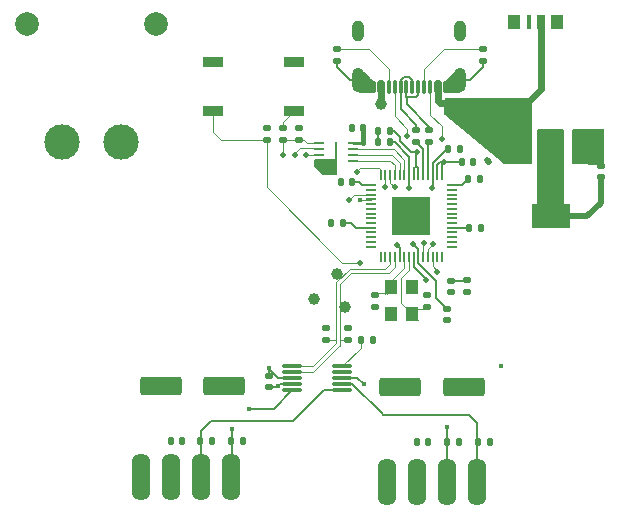
<source format=gbr>
%TF.GenerationSoftware,KiCad,Pcbnew,9.0.4*%
%TF.CreationDate,2025-09-25T10:41:25-04:00*%
%TF.ProjectId,fanboy,66616e62-6f79-42e6-9b69-6361645f7063,rev?*%
%TF.SameCoordinates,Original*%
%TF.FileFunction,Copper,L1,Top*%
%TF.FilePolarity,Positive*%
%FSLAX46Y46*%
G04 Gerber Fmt 4.6, Leading zero omitted, Abs format (unit mm)*
G04 Created by KiCad (PCBNEW 9.0.4) date 2025-09-25 10:41:25*
%MOMM*%
%LPD*%
G01*
G04 APERTURE LIST*
G04 Aperture macros list*
%AMRoundRect*
0 Rectangle with rounded corners*
0 $1 Rounding radius*
0 $2 $3 $4 $5 $6 $7 $8 $9 X,Y pos of 4 corners*
0 Add a 4 corners polygon primitive as box body*
4,1,4,$2,$3,$4,$5,$6,$7,$8,$9,$2,$3,0*
0 Add four circle primitives for the rounded corners*
1,1,$1+$1,$2,$3*
1,1,$1+$1,$4,$5*
1,1,$1+$1,$6,$7*
1,1,$1+$1,$8,$9*
0 Add four rect primitives between the rounded corners*
20,1,$1+$1,$2,$3,$4,$5,0*
20,1,$1+$1,$4,$5,$6,$7,0*
20,1,$1+$1,$6,$7,$8,$9,0*
20,1,$1+$1,$8,$9,$2,$3,0*%
G04 Aperture macros list end*
%TA.AperFunction,SMDPad,CuDef*%
%ADD10RoundRect,0.140000X-0.021213X0.219203X-0.219203X0.021213X0.021213X-0.219203X0.219203X-0.021213X0*%
%TD*%
%TA.AperFunction,SMDPad,CuDef*%
%ADD11RoundRect,0.140000X-0.170000X0.140000X-0.170000X-0.140000X0.170000X-0.140000X0.170000X0.140000X0*%
%TD*%
%TA.AperFunction,SMDPad,CuDef*%
%ADD12RoundRect,0.140000X0.170000X-0.140000X0.170000X0.140000X-0.170000X0.140000X-0.170000X-0.140000X0*%
%TD*%
%TA.AperFunction,SMDPad,CuDef*%
%ADD13R,1.100000X1.300000*%
%TD*%
%TA.AperFunction,SMDPad,CuDef*%
%ADD14RoundRect,0.135000X-0.135000X-0.185000X0.135000X-0.185000X0.135000X0.185000X-0.135000X0.185000X0*%
%TD*%
%TA.AperFunction,ComponentPad*%
%ADD15C,3.000000*%
%TD*%
%TA.AperFunction,ComponentPad*%
%ADD16C,2.000000*%
%TD*%
%TA.AperFunction,SMDPad,CuDef*%
%ADD17C,1.000000*%
%TD*%
%TA.AperFunction,SMDPad,CuDef*%
%ADD18RoundRect,0.087500X-0.725000X-0.087500X0.725000X-0.087500X0.725000X0.087500X-0.725000X0.087500X0*%
%TD*%
%TA.AperFunction,ComponentPad*%
%ADD19O,1.574800X4.000000*%
%TD*%
%TA.AperFunction,ComponentPad*%
%ADD20C,1.500000*%
%TD*%
%TA.AperFunction,SMDPad,CuDef*%
%ADD21RoundRect,0.140000X-0.140000X-0.170000X0.140000X-0.170000X0.140000X0.170000X-0.140000X0.170000X0*%
%TD*%
%TA.AperFunction,SMDPad,CuDef*%
%ADD22RoundRect,0.250000X-1.500000X-0.550000X1.500000X-0.550000X1.500000X0.550000X-1.500000X0.550000X0*%
%TD*%
%TA.AperFunction,SMDPad,CuDef*%
%ADD23RoundRect,0.135000X0.185000X-0.135000X0.185000X0.135000X-0.185000X0.135000X-0.185000X-0.135000X0*%
%TD*%
%TA.AperFunction,SMDPad,CuDef*%
%ADD24R,0.812800X0.254000*%
%TD*%
%TA.AperFunction,SMDPad,CuDef*%
%ADD25R,0.254000X1.651000*%
%TD*%
%TA.AperFunction,SMDPad,CuDef*%
%ADD26R,1.800000X0.900000*%
%TD*%
%TA.AperFunction,SMDPad,CuDef*%
%ADD27RoundRect,0.140000X0.140000X0.170000X-0.140000X0.170000X-0.140000X-0.170000X0.140000X-0.170000X0*%
%TD*%
%TA.AperFunction,SMDPad,CuDef*%
%ADD28RoundRect,0.135000X-0.185000X0.135000X-0.185000X-0.135000X0.185000X-0.135000X0.185000X0.135000X0*%
%TD*%
%TA.AperFunction,SMDPad,CuDef*%
%ADD29RoundRect,0.150000X0.150000X0.400000X-0.150000X0.400000X-0.150000X-0.400000X0.150000X-0.400000X0*%
%TD*%
%TA.AperFunction,SMDPad,CuDef*%
%ADD30RoundRect,0.150000X0.150000X0.425000X-0.150000X0.425000X-0.150000X-0.425000X0.150000X-0.425000X0*%
%TD*%
%TA.AperFunction,SMDPad,CuDef*%
%ADD31RoundRect,0.075000X0.075000X0.500000X-0.075000X0.500000X-0.075000X-0.500000X0.075000X-0.500000X0*%
%TD*%
%TA.AperFunction,ComponentPad*%
%ADD32O,1.000000X2.100000*%
%TD*%
%TA.AperFunction,ComponentPad*%
%ADD33O,1.000000X1.800000*%
%TD*%
%TA.AperFunction,SMDPad,CuDef*%
%ADD34R,1.000000X1.200000*%
%TD*%
%TA.AperFunction,SMDPad,CuDef*%
%ADD35R,0.700000X1.200000*%
%TD*%
%TA.AperFunction,SMDPad,CuDef*%
%ADD36R,0.450000X1.200000*%
%TD*%
%TA.AperFunction,SMDPad,CuDef*%
%ADD37R,0.950000X2.150000*%
%TD*%
%TA.AperFunction,SMDPad,CuDef*%
%ADD38R,3.250000X2.150000*%
%TD*%
%TA.AperFunction,SMDPad,CuDef*%
%ADD39RoundRect,0.050000X-0.387500X-0.050000X0.387500X-0.050000X0.387500X0.050000X-0.387500X0.050000X0*%
%TD*%
%TA.AperFunction,SMDPad,CuDef*%
%ADD40RoundRect,0.050000X-0.050000X-0.387500X0.050000X-0.387500X0.050000X0.387500X-0.050000X0.387500X0*%
%TD*%
%TA.AperFunction,HeatsinkPad*%
%ADD41R,3.200000X3.200000*%
%TD*%
%TA.AperFunction,ViaPad*%
%ADD42C,0.450000*%
%TD*%
%TA.AperFunction,ViaPad*%
%ADD43C,0.500000*%
%TD*%
%TA.AperFunction,ViaPad*%
%ADD44C,0.800000*%
%TD*%
%TA.AperFunction,ViaPad*%
%ADD45C,1.000000*%
%TD*%
%TA.AperFunction,Conductor*%
%ADD46C,0.628000*%
%TD*%
%TA.AperFunction,Conductor*%
%ADD47C,0.101600*%
%TD*%
%TA.AperFunction,Conductor*%
%ADD48C,0.200000*%
%TD*%
%TA.AperFunction,Conductor*%
%ADD49C,0.254000*%
%TD*%
%TA.AperFunction,Conductor*%
%ADD50C,0.381000*%
%TD*%
%TA.AperFunction,Conductor*%
%ADD51C,0.508000*%
%TD*%
%TA.AperFunction,Conductor*%
%ADD52C,0.600000*%
%TD*%
G04 APERTURE END LIST*
D10*
%TO.P,C90,2*%
%TO.N,GND*%
X184070589Y-75079411D03*
%TO.P,C90,1*%
%TO.N,/5V*%
X184749411Y-74400589D03*
%TD*%
D11*
%TO.P,C96,2*%
%TO.N,/XOUT*%
X178950000Y-87380000D03*
%TO.P,C96,1*%
%TO.N,GND*%
X178950000Y-86420000D03*
%TD*%
D12*
%TO.P,C97,2*%
%TO.N,/XIN*%
X174490000Y-86420000D03*
%TO.P,C97,1*%
%TO.N,GND*%
X174490000Y-87380000D03*
%TD*%
D13*
%TO.P,Y1,4,4*%
%TO.N,GND*%
X175841524Y-88035036D03*
%TO.P,Y1,3,3*%
%TO.N,/XIN*%
X175841524Y-85735036D03*
%TO.P,Y1,2,2*%
%TO.N,GND*%
X177641524Y-85735036D03*
%TO.P,Y1,1,1*%
%TO.N,/XOUT*%
X177641524Y-88035036D03*
%TD*%
D14*
%TO.P,R1,1*%
%TO.N,/FAN_ALERT*%
X173330000Y-90210000D03*
%TO.P,R1,2*%
%TO.N,/3V3*%
X174350000Y-90210000D03*
%TD*%
D15*
%TO.P,J1,1,+V*%
%TO.N,/12V*%
X148010000Y-73475000D03*
%TO.P,J1,2,GND*%
%TO.N,GND*%
X153010000Y-73475000D03*
D16*
%TO.P,J1,3,MNT1*%
%TO.N,unconnected-(J1-MNT1-Pad3)*%
X145010000Y-63475000D03*
%TO.P,J1,4,MNT2*%
%TO.N,unconnected-(J1-MNT2-Pad4)*%
X156010000Y-63475000D03*
%TD*%
D17*
%TO.P,TP3,1,1*%
%TO.N,GND*%
X169360000Y-86750000D03*
%TD*%
D18*
%TO.P,U5,1,SMDATA*%
%TO.N,/SDA*%
X167515000Y-92440000D03*
%TO.P,U5,2,SMCLK*%
%TO.N,/SCL*%
X167515000Y-92940000D03*
%TO.P,U5,3,VDD*%
%TO.N,/3V3*%
X167515000Y-93440000D03*
%TO.P,U5,4,GND*%
%TO.N,GND*%
X167515000Y-93940000D03*
%TO.P,U5,5,PWM1*%
%TO.N,/FAN1_PWM*%
X167515000Y-94440000D03*
%TO.P,U5,6,TACH1*%
%TO.N,/FAN1_TACH*%
X171740000Y-94440000D03*
%TO.P,U5,7,PWM2*%
%TO.N,/FAN2_PWM*%
X171740000Y-93940000D03*
%TO.P,U5,8,TACH2*%
%TO.N,/FAN2_TACH*%
X171740000Y-93440000D03*
%TO.P,U5,9,CLK*%
%TO.N,unconnected-(U5-CLK-Pad9)*%
X171740000Y-92940000D03*
%TO.P,U5,10,\u002AALERT*%
%TO.N,/FAN_ALERT*%
X171740000Y-92440000D03*
%TD*%
D14*
%TO.P,R13,2*%
%TO.N,/3V3*%
X181640000Y-98820000D03*
%TO.P,R13,1*%
%TO.N,/FAN2_TACH*%
X180620000Y-98820000D03*
%TD*%
%TO.P,R10,2*%
%TO.N,/3V3*%
X160750000Y-98760000D03*
%TO.P,R10,1*%
%TO.N,/FAN1_TACH*%
X159730000Y-98760000D03*
%TD*%
%TO.P,R9,2*%
%TO.N,/5V*%
X163370000Y-98760000D03*
%TO.P,R9,1*%
%TO.N,/FAN1_PWM*%
X162350000Y-98760000D03*
%TD*%
%TO.P,R6,2*%
%TO.N,/5V*%
X184220000Y-98800000D03*
%TO.P,R6,1*%
%TO.N,/FAN2_PWM*%
X183200000Y-98800000D03*
%TD*%
D19*
%TO.P,J4,4,Pin_4*%
%TO.N,/FAN2_PWM*%
X183150000Y-102230000D03*
%TO.P,J4,3,Pin_3*%
%TO.N,/FAN2_TACH*%
X180610000Y-102230000D03*
D20*
X180610000Y-101270000D03*
D19*
%TO.P,J4,2,Pin_2*%
%TO.N,/12V*%
X178070000Y-102230000D03*
%TO.P,J4,1,Pin_1*%
%TO.N,GND*%
X175530000Y-102230000D03*
%TD*%
%TO.P,J3,4,Pin_4*%
%TO.N,/FAN1_PWM*%
X162310000Y-101790000D03*
%TO.P,J3,3,Pin_3*%
%TO.N,/FAN1_TACH*%
X159770000Y-101790000D03*
D20*
X159770000Y-100830000D03*
D19*
%TO.P,J3,2,Pin_2*%
%TO.N,/12V*%
X157230000Y-101790000D03*
%TO.P,J3,1,Pin_1*%
%TO.N,GND*%
X154690000Y-101790000D03*
%TD*%
D21*
%TO.P,C21,2*%
%TO.N,GND*%
X158210000Y-98770000D03*
%TO.P,C21,1*%
%TO.N,/12V*%
X157250000Y-98770000D03*
%TD*%
%TO.P,C20,2*%
%TO.N,GND*%
X179000000Y-98820000D03*
%TO.P,C20,1*%
%TO.N,/12V*%
X178040000Y-98820000D03*
%TD*%
D22*
%TO.P,C14,2*%
%TO.N,GND*%
X161750000Y-94060000D03*
%TO.P,C14,1*%
%TO.N,/12V*%
X156350000Y-94060000D03*
%TD*%
D11*
%TO.P,C6,1*%
%TO.N,/3V3*%
X165517500Y-93240000D03*
%TO.P,C6,2*%
%TO.N,GND*%
X165517500Y-94200000D03*
%TD*%
D21*
%TO.P,C109,1*%
%TO.N,GND*%
X171593217Y-76817536D03*
%TO.P,C109,2*%
%TO.N,/3V3*%
X172553217Y-76817536D03*
%TD*%
D23*
%TO.P,R52,1*%
%TO.N,GND*%
X171279417Y-66620036D03*
%TO.P,R52,2*%
%TO.N,Net-(J6-CC2)*%
X171279417Y-65600036D03*
%TD*%
D12*
%TO.P,C105,1*%
%TO.N,GND*%
X180920717Y-86160036D03*
%TO.P,C105,2*%
%TO.N,/3V3*%
X180920717Y-85200036D03*
%TD*%
D24*
%TO.P,U8,1,/CS*%
%TO.N,/QSPI_SS*%
X169735924Y-73530034D03*
%TO.P,U8,2,DO(IO1)*%
%TO.N,/QSPI_SD1*%
X169735924Y-74030035D03*
%TO.P,U8,3,/WP(IO2)*%
%TO.N,/QSPI_SD2*%
X169735924Y-74530035D03*
%TO.P,U8,4,GND*%
%TO.N,GND*%
X169735924Y-75030036D03*
%TO.P,U8,5,DI(IO0)*%
%TO.N,/QSPI_SD0*%
X172631524Y-75030036D03*
%TO.P,U8,6,CLK*%
%TO.N,/QSPI_SCLK*%
X172631524Y-74530035D03*
%TO.P,U8,7,/HOLDOR/RESET(IO3)*%
%TO.N,/QSPI_SD3*%
X172631524Y-74030035D03*
%TO.P,U8,8,VCC*%
%TO.N,/3V3*%
X172631524Y-73530034D03*
D25*
%TO.P,U8,9,EPAD*%
%TO.N,GND*%
X171183724Y-74280035D03*
%TD*%
D23*
%TO.P,R55,1*%
%TO.N,/QSPI_SS*%
X166740717Y-73290036D03*
%TO.P,R55,2*%
%TO.N,Net-(R55-Pad2)*%
X166740717Y-72270036D03*
%TD*%
D12*
%TO.P,C102,1*%
%TO.N,GND*%
X180571524Y-88500036D03*
%TO.P,C102,2*%
%TO.N,/1V1*%
X180571524Y-87540036D03*
%TD*%
D26*
%TO.P,SW2,1*%
%TO.N,Net-(U27-RUN)*%
X160780717Y-70800036D03*
%TO.P,SW2,2*%
%TO.N,GND*%
X160780717Y-66690036D03*
%TD*%
D27*
%TO.P,C103,1*%
%TO.N,GND*%
X183450717Y-80700036D03*
%TO.P,C103,2*%
%TO.N,/3V3*%
X182490717Y-80700036D03*
%TD*%
D26*
%TO.P,SW1,1*%
%TO.N,Net-(R55-Pad2)*%
X167680717Y-70800036D03*
%TO.P,SW1,2*%
%TO.N,GND*%
X167680717Y-66690036D03*
%TD*%
D21*
%TO.P,C99,1*%
%TO.N,GND*%
X172560717Y-72250036D03*
%TO.P,C99,2*%
%TO.N,/3V3*%
X173520717Y-72250036D03*
%TD*%
D23*
%TO.P,R51,1*%
%TO.N,GND*%
X183659417Y-66610036D03*
%TO.P,R51,2*%
%TO.N,Net-(J6-CC1)*%
X183659417Y-65590036D03*
%TD*%
D28*
%TO.P,R54,1*%
%TO.N,/USB_DN*%
X179121524Y-72460036D03*
%TO.P,R54,2*%
%TO.N,Net-(U27-USB_DM)*%
X179121524Y-73480036D03*
%TD*%
%TO.P,R50,1*%
%TO.N,/3V3*%
X168100717Y-72260036D03*
%TO.P,R50,2*%
%TO.N,/QSPI_SS*%
X168100717Y-73280036D03*
%TD*%
D29*
%TO.P,J6,A1B12,GND*%
%TO.N,GND*%
X180619417Y-68795036D03*
D30*
%TO.P,J6,A4B9,VBUS*%
%TO.N,/5V*%
X179819417Y-68770036D03*
D31*
%TO.P,J6,A5,CC1*%
%TO.N,Net-(J6-CC1)*%
X178669417Y-68770036D03*
%TO.P,J6,A6,D+*%
%TO.N,/USB_DP*%
X177669417Y-68770036D03*
%TO.P,J6,A7,D-*%
%TO.N,/USB_DN*%
X177169417Y-68770036D03*
%TO.P,J6,A8,SBU1*%
%TO.N,/SWCLK*%
X176169417Y-68770036D03*
D29*
%TO.P,J6,B1A12,GND*%
%TO.N,GND*%
X174219417Y-68795036D03*
D30*
%TO.P,J6,B4A9,VBUS*%
%TO.N,/5V*%
X175019417Y-68770036D03*
D31*
%TO.P,J6,B5,CC2*%
%TO.N,Net-(J6-CC2)*%
X175669417Y-68770036D03*
%TO.P,J6,B6,D+*%
%TO.N,/USB_DP*%
X176669417Y-68770036D03*
%TO.P,J6,B7,D-*%
%TO.N,/USB_DN*%
X178169417Y-68770036D03*
%TO.P,J6,B8,SBU2*%
%TO.N,/SWD*%
X179169417Y-68770036D03*
D32*
%TO.P,J6,S1,SHIELD*%
%TO.N,GND*%
X181739417Y-68195036D03*
D33*
X181739417Y-64015036D03*
D32*
X173099417Y-68195036D03*
D33*
X173099417Y-64015036D03*
%TD*%
D23*
%TO.P,R34,1*%
%TO.N,Net-(U27-RUN)*%
X165330717Y-73280036D03*
%TO.P,R34,2*%
%TO.N,/3V3*%
X165330717Y-72260036D03*
%TD*%
D28*
%TO.P,R53,1*%
%TO.N,/USB_DP*%
X178021524Y-72460036D03*
%TO.P,R53,2*%
%TO.N,Net-(U27-USB_DP)*%
X178021524Y-73480036D03*
%TD*%
D21*
%TO.P,C110,1*%
%TO.N,GND*%
X174791524Y-72470036D03*
%TO.P,C110,2*%
%TO.N,/3V3*%
X175751524Y-72470036D03*
%TD*%
D12*
%TO.P,C106,1*%
%TO.N,GND*%
X182260717Y-86110036D03*
%TO.P,C106,2*%
%TO.N,/3V3*%
X182260717Y-85150036D03*
%TD*%
D34*
%TO.P,U9,1,DIN*%
%TO.N,Net-(U27-GPIO1)*%
X189920000Y-63280000D03*
D35*
%TO.P,U9,2,VDD*%
%TO.N,/5V*%
X188570000Y-63280000D03*
D36*
%TO.P,U9,3,DOUT*%
%TO.N,unconnected-(U9-DOUT-Pad3)*%
X187545000Y-63280000D03*
D34*
%TO.P,U9,4,GND*%
%TO.N,GND*%
X186320000Y-63280000D03*
%TD*%
D12*
%TO.P,C98,1*%
%TO.N,/3V3*%
X193609417Y-76420036D03*
%TO.P,C98,2*%
%TO.N,GND*%
X193609417Y-75460036D03*
%TD*%
D21*
%TO.P,C107,1*%
%TO.N,GND*%
X170811524Y-80260036D03*
%TO.P,C107,2*%
%TO.N,/3V3*%
X171771524Y-80260036D03*
%TD*%
%TO.P,C100,1*%
%TO.N,GND*%
X174791524Y-73470036D03*
%TO.P,C100,2*%
%TO.N,/1V1*%
X175751524Y-73470036D03*
%TD*%
D37*
%TO.P,U10,1,GND*%
%TO.N,GND*%
X191669417Y-73880036D03*
%TO.P,U10,2,VOUT*%
%TO.N,/3V3*%
X189369417Y-73880036D03*
%TO.P,U10,3,VIN*%
%TO.N,/5V*%
X187069417Y-73880036D03*
D38*
%TO.P,U10,4,VOUT*%
%TO.N,/3V3*%
X189369417Y-79680036D03*
%TD*%
D27*
%TO.P,C104,1*%
%TO.N,GND*%
X183370717Y-76570036D03*
%TO.P,C104,2*%
%TO.N,/3V3*%
X182410717Y-76570036D03*
%TD*%
D39*
%TO.P,U27,1,IOVDD*%
%TO.N,/3V3*%
X174154024Y-77097536D03*
%TO.P,U27,2,GPIO0*%
%TO.N,unconnected-(U27-GPIO0-Pad2)*%
X174154024Y-77497536D03*
%TO.P,U27,3,GPIO1*%
%TO.N,Net-(U27-GPIO1)*%
X174154024Y-77897536D03*
%TO.P,U27,4,GPIO2*%
%TO.N,/FAN_ALERT*%
X174154024Y-78297536D03*
%TO.P,U27,5,GPIO3*%
%TO.N,unconnected-(U27-GPIO3-Pad5)*%
X174154024Y-78697536D03*
%TO.P,U27,6,GPIO4*%
%TO.N,unconnected-(U27-GPIO4-Pad6)*%
X174154024Y-79097536D03*
%TO.P,U27,7,GPIO5*%
%TO.N,unconnected-(U27-GPIO5-Pad7)*%
X174154024Y-79497536D03*
%TO.P,U27,8,GPIO6*%
%TO.N,unconnected-(U27-GPIO6-Pad8)*%
X174154024Y-79897536D03*
%TO.P,U27,9,GPIO7*%
%TO.N,unconnected-(U27-GPIO7-Pad9)*%
X174154024Y-80297536D03*
%TO.P,U27,10,IOVDD*%
%TO.N,/3V3*%
X174154024Y-80697536D03*
%TO.P,U27,11,GPIO8*%
%TO.N,unconnected-(U27-GPIO8-Pad11)*%
X174154024Y-81097536D03*
%TO.P,U27,12,GPIO9*%
%TO.N,unconnected-(U27-GPIO9-Pad12)*%
X174154024Y-81497536D03*
%TO.P,U27,13,GPIO10*%
%TO.N,unconnected-(U27-GPIO10-Pad13)*%
X174154024Y-81897536D03*
%TO.P,U27,14,GPIO11*%
%TO.N,unconnected-(U27-GPIO11-Pad14)*%
X174154024Y-82297536D03*
D40*
%TO.P,U27,15,GPIO12*%
%TO.N,unconnected-(U27-GPIO12-Pad15)*%
X174991524Y-83135036D03*
%TO.P,U27,16,GPIO13*%
%TO.N,unconnected-(U27-GPIO13-Pad16)*%
X175391524Y-83135036D03*
%TO.P,U27,17,GPIO14*%
%TO.N,/SDA*%
X175791524Y-83135036D03*
%TO.P,U27,18,GPIO15*%
%TO.N,/SCL*%
X176191524Y-83135036D03*
%TO.P,U27,19,TESTEN*%
%TO.N,GND*%
X176591524Y-83135036D03*
%TO.P,U27,20,XIN*%
%TO.N,/XIN*%
X176991524Y-83135036D03*
%TO.P,U27,21,XOUT*%
%TO.N,/XOUT*%
X177391524Y-83135036D03*
%TO.P,U27,22,IOVDD*%
%TO.N,/3V3*%
X177791524Y-83135036D03*
%TO.P,U27,23,DVDD*%
%TO.N,/1V1*%
X178191524Y-83135036D03*
%TO.P,U27,24,SWCLK*%
%TO.N,/SWCLK*%
X178591524Y-83135036D03*
%TO.P,U27,25,SWD*%
%TO.N,/SWD*%
X178991524Y-83135036D03*
%TO.P,U27,26,RUN*%
%TO.N,Net-(U27-RUN)*%
X179391524Y-83135036D03*
%TO.P,U27,27,GPIO16*%
%TO.N,unconnected-(U27-GPIO16-Pad27)*%
X179791524Y-83135036D03*
%TO.P,U27,28,GPIO17*%
%TO.N,unconnected-(U27-GPIO17-Pad28)*%
X180191524Y-83135036D03*
D39*
%TO.P,U27,29,GPIO18*%
%TO.N,unconnected-(U27-GPIO18-Pad29)*%
X181029024Y-82297536D03*
%TO.P,U27,30,GPIO19*%
%TO.N,unconnected-(U27-GPIO19-Pad30)*%
X181029024Y-81897536D03*
%TO.P,U27,31,GPIO20*%
%TO.N,unconnected-(U27-GPIO20-Pad31)*%
X181029024Y-81497536D03*
%TO.P,U27,32,GPIO21*%
%TO.N,unconnected-(U27-GPIO21-Pad32)*%
X181029024Y-81097536D03*
%TO.P,U27,33,IOVDD*%
%TO.N,/3V3*%
X181029024Y-80697536D03*
%TO.P,U27,34,GPIO22*%
%TO.N,unconnected-(U27-GPIO22-Pad34)*%
X181029024Y-80297536D03*
%TO.P,U27,35,GPIO23*%
%TO.N,unconnected-(U27-GPIO23-Pad35)*%
X181029024Y-79897536D03*
%TO.P,U27,36,GPIO24*%
%TO.N,unconnected-(U27-GPIO24-Pad36)*%
X181029024Y-79497536D03*
%TO.P,U27,37,GPIO25*%
%TO.N,unconnected-(U27-GPIO25-Pad37)*%
X181029024Y-79097536D03*
%TO.P,U27,38,GPIO26_ADC0*%
%TO.N,unconnected-(U27-GPIO26_ADC0-Pad38)*%
X181029024Y-78697536D03*
%TO.P,U27,39,GPIO27_ADC1*%
%TO.N,unconnected-(U27-GPIO27_ADC1-Pad39)*%
X181029024Y-78297536D03*
%TO.P,U27,40,GPIO28_ADC2*%
%TO.N,unconnected-(U27-GPIO28_ADC2-Pad40)*%
X181029024Y-77897536D03*
%TO.P,U27,41,GPIO29_ADC3*%
%TO.N,unconnected-(U27-GPIO29_ADC3-Pad41)*%
X181029024Y-77497536D03*
%TO.P,U27,42,IOVDD*%
%TO.N,/3V3*%
X181029024Y-77097536D03*
D40*
%TO.P,U27,43,ADC_AVDD*%
X180191524Y-76260036D03*
%TO.P,U27,44,VREG_IN*%
X179791524Y-76260036D03*
%TO.P,U27,45,VREG_VOUT*%
%TO.N,/1V1*%
X179391524Y-76260036D03*
%TO.P,U27,46,USB_DM*%
%TO.N,Net-(U27-USB_DM)*%
X178991524Y-76260036D03*
%TO.P,U27,47,USB_DP*%
%TO.N,Net-(U27-USB_DP)*%
X178591524Y-76260036D03*
%TO.P,U27,48,USB_VDD*%
%TO.N,/3V3*%
X178191524Y-76260036D03*
%TO.P,U27,49,IOVDD*%
X177791524Y-76260036D03*
%TO.P,U27,50,DVDD*%
%TO.N,/1V1*%
X177391524Y-76260036D03*
%TO.P,U27,51,QSPI_SD3*%
%TO.N,/QSPI_SD3*%
X176991524Y-76260036D03*
%TO.P,U27,52,QSPI_SCLK*%
%TO.N,/QSPI_SCLK*%
X176591524Y-76260036D03*
%TO.P,U27,53,QSPI_SD0*%
%TO.N,/QSPI_SD0*%
X176191524Y-76260036D03*
%TO.P,U27,54,QSPI_SD2*%
%TO.N,/QSPI_SD2*%
X175791524Y-76260036D03*
%TO.P,U27,55,QSPI_SD1*%
%TO.N,/QSPI_SD1*%
X175391524Y-76260036D03*
%TO.P,U27,56,QSPI_SS*%
%TO.N,/QSPI_SS*%
X174991524Y-76260036D03*
D41*
%TO.P,U27,57,GND*%
%TO.N,GND*%
X177591524Y-79697536D03*
%TD*%
D23*
%TO.P,R20,1*%
%TO.N,/SCL*%
X172250000Y-90230000D03*
%TO.P,R20,2*%
%TO.N,/3V3*%
X172250000Y-89210000D03*
%TD*%
D28*
%TO.P,R19,1*%
%TO.N,/3V3*%
X170390000Y-89200000D03*
%TO.P,R19,2*%
%TO.N,/SDA*%
X170390000Y-90220000D03*
%TD*%
D27*
%TO.P,C108,1*%
%TO.N,GND*%
X182794417Y-75100036D03*
%TO.P,C108,2*%
%TO.N,/3V3*%
X181834417Y-75100036D03*
%TD*%
%TO.P,C101,1*%
%TO.N,GND*%
X181669417Y-74025036D03*
%TO.P,C101,2*%
%TO.N,/1V1*%
X180709417Y-74025036D03*
%TD*%
D17*
%TO.P,TP1,1,1*%
%TO.N,/SCL*%
X171970000Y-87450000D03*
%TD*%
%TO.P,TP2,1,1*%
%TO.N,/SDA*%
X171300000Y-84610000D03*
%TD*%
D22*
%TO.P,C19,2*%
%TO.N,GND*%
X182050000Y-94180000D03*
%TO.P,C19,1*%
%TO.N,/12V*%
X176650000Y-94180000D03*
%TD*%
D42*
%TO.N,/5V*%
X187170000Y-70340000D03*
%TO.N,GND*%
X191675000Y-74570000D03*
X192990000Y-74570000D03*
X192342500Y-73840000D03*
X191685000Y-73200000D03*
X193000000Y-73200000D03*
%TO.N,/3V3*%
X174340000Y-90200000D03*
%TO.N,/FAN_ALERT*%
X173250000Y-78320000D03*
X173330000Y-90210000D03*
%TO.N,/FAN2_TACH*%
X173540000Y-93970000D03*
%TO.N,/12V*%
X175350000Y-94200000D03*
%TO.N,GND*%
X169370000Y-86770000D03*
%TO.N,/5V*%
X163390000Y-98770000D03*
X184210000Y-98800000D03*
X186105000Y-73020000D03*
X187420000Y-73020000D03*
X184790000Y-73020000D03*
X185447500Y-73660000D03*
X186762500Y-73660000D03*
X186095000Y-74390000D03*
X187410000Y-74390000D03*
X184780000Y-74390000D03*
%TO.N,GND*%
X182025000Y-94180000D03*
X183340000Y-94180000D03*
X180710000Y-94180000D03*
X161725000Y-94060000D03*
X163040000Y-94060000D03*
X160410000Y-94060000D03*
%TO.N,/12V*%
X157250000Y-98780000D03*
%TO.N,GND*%
X158210000Y-98770000D03*
X179030000Y-98790000D03*
%TO.N,/12V*%
X178060000Y-98860000D03*
%TO.N,/3V3*%
X185140000Y-92440000D03*
X181670000Y-98770000D03*
X160770000Y-98780000D03*
%TO.N,/12V*%
X156325000Y-94060000D03*
X157640000Y-94060000D03*
X155010000Y-94060000D03*
X177980000Y-94200000D03*
X176665000Y-94200000D03*
%TO.N,/3V3*%
X172250000Y-89220000D03*
X170380000Y-89210000D03*
%TO.N,GND*%
X166297500Y-94130000D03*
%TO.N,/3V3*%
X165540000Y-92570000D03*
%TO.N,/FAN1_PWM*%
X162380000Y-97710000D03*
X163807500Y-96030000D03*
%TO.N,/FAN2_TACH*%
X180590000Y-97580000D03*
D43*
%TO.N,/SWD*%
X180140717Y-73170036D03*
X179401524Y-82115036D03*
%TO.N,/SWCLK*%
X177187037Y-72936510D03*
X178641524Y-82030036D03*
%TO.N,/QSPI_SS*%
X173004552Y-76014341D03*
X166690717Y-74570036D03*
%TO.N,/QSPI_SD1*%
X175321524Y-77290036D03*
X167740413Y-74563680D03*
%TO.N,/QSPI_SD2*%
X176161524Y-77290036D03*
X168691524Y-74545036D03*
%TO.N,GND*%
X172560717Y-72250036D03*
X182794417Y-75100036D03*
X180920717Y-86160036D03*
X167680717Y-66690036D03*
X186320000Y-63280000D03*
X182260717Y-86110036D03*
X178281524Y-80540036D03*
X174490000Y-87380000D03*
X177591524Y-79697536D03*
X171593217Y-76817536D03*
X174791524Y-72470036D03*
X177641524Y-85735036D03*
X178291524Y-78870036D03*
X183450717Y-80700036D03*
X160790717Y-66680036D03*
X183370717Y-76570036D03*
X176871524Y-78870036D03*
X181669417Y-74025036D03*
X175841524Y-88035036D03*
X178950000Y-86420000D03*
X170811524Y-80260036D03*
X180571524Y-88500036D03*
X176386099Y-82200036D03*
X184059283Y-75079964D03*
X170580717Y-76010836D03*
X176861524Y-80540036D03*
%TO.N,/3V3*%
X182260717Y-85150036D03*
X168100717Y-72260036D03*
X182490717Y-80700036D03*
X171771524Y-80260036D03*
X178851121Y-85120036D03*
X172553217Y-76817536D03*
X182410717Y-76570036D03*
X178031524Y-74280036D03*
D44*
X189360717Y-76730036D03*
X189360717Y-75640036D03*
X189369417Y-79680036D03*
D43*
X173501524Y-73495036D03*
X165330717Y-72260036D03*
X180391524Y-75175036D03*
%TO.N,/1V1*%
X177381524Y-77315036D03*
X179321524Y-77315036D03*
X177741524Y-82085036D03*
D45*
%TO.N,/5V*%
X175019417Y-70220036D03*
X181000717Y-70470036D03*
D43*
%TO.N,Net-(U27-RUN)*%
X179751141Y-84461836D03*
X173220000Y-83650000D03*
%TO.N,Net-(U27-GPIO1)*%
X189920000Y-63280000D03*
X172330717Y-78310036D03*
%TD*%
D46*
%TO.N,/5V*%
X188570000Y-68940000D02*
X187120000Y-70390000D01*
X188570000Y-63280000D02*
X188570000Y-68940000D01*
D47*
%TO.N,/QSPI_SS*%
X166690717Y-74570036D02*
X166690717Y-73340036D01*
X166690717Y-73340036D02*
X166760753Y-73270000D01*
X168480000Y-73270000D02*
X168755036Y-73545036D01*
X166760753Y-73270000D02*
X168480000Y-73270000D01*
X168755036Y-73545036D02*
X169771524Y-73545036D01*
%TO.N,Net-(U27-RUN)*%
X173220000Y-83650000D02*
X171710000Y-83650000D01*
X171710000Y-83650000D02*
X165330717Y-77270717D01*
X165330717Y-77270717D02*
X165330717Y-73280036D01*
%TO.N,/XIN*%
X174490000Y-86420000D02*
X174660000Y-86250000D01*
X174660000Y-86250000D02*
X175460072Y-86250000D01*
X175460072Y-86250000D02*
X175495036Y-86284964D01*
%TO.N,/XOUT*%
X178950000Y-87380000D02*
X178780000Y-87550000D01*
X177641524Y-87480000D02*
X177641524Y-88035036D01*
X178780000Y-87550000D02*
X177661524Y-87550000D01*
%TO.N,/XIN*%
X175376560Y-86270000D02*
X175861524Y-85785036D01*
X175861524Y-85785036D02*
X175861524Y-85215036D01*
X175861524Y-85215036D02*
X176991524Y-84085036D01*
X176991524Y-84085036D02*
X176991524Y-83135036D01*
%TO.N,/FAN_ALERT*%
X173330000Y-90210000D02*
X173330000Y-90850000D01*
X173330000Y-90850000D02*
X171740000Y-92440000D01*
%TO.N,/SCL*%
X171520000Y-85460000D02*
X171520000Y-90230000D01*
X172250000Y-90230000D02*
X171520000Y-90230000D01*
%TO.N,/SDA*%
X171217400Y-85334659D02*
X171217400Y-90220000D01*
X170390000Y-90220000D02*
X171217400Y-90220000D01*
%TO.N,/SCL*%
X172490001Y-84490000D02*
X171520000Y-85460000D01*
X176191524Y-83135036D02*
X176191524Y-84018476D01*
X176191524Y-84018476D02*
X175720000Y-84490000D01*
X175720000Y-84490000D02*
X172490001Y-84490000D01*
X171520000Y-90230000D02*
X171520000Y-90690000D01*
X171520000Y-90690000D02*
X171490000Y-90720000D01*
%TO.N,/SDA*%
X175791524Y-83135036D02*
X175791524Y-83775876D01*
X169250000Y-92440000D02*
X167515000Y-92440000D01*
X175791524Y-83775876D02*
X175380000Y-84187400D01*
X175380000Y-84187400D02*
X172364659Y-84187400D01*
X172364659Y-84187400D02*
X171217400Y-85334659D01*
X171217400Y-90220000D02*
X171217400Y-90472600D01*
X171217400Y-90472600D02*
X169250000Y-92440000D01*
D48*
%TO.N,/3V3*%
X181029024Y-80697536D02*
X182488217Y-80697536D01*
X182488217Y-80697536D02*
X182490717Y-80700036D01*
D47*
%TO.N,/SWD*%
X180140717Y-73170036D02*
X180140717Y-72110717D01*
X179169417Y-71139417D02*
X179169417Y-68770036D01*
X180140717Y-72110717D02*
X179169417Y-71139417D01*
%TO.N,/SWCLK*%
X177187037Y-72936510D02*
X177187037Y-72297037D01*
X177187037Y-72297037D02*
X176169417Y-71279417D01*
X176169417Y-71279417D02*
X176169417Y-68770036D01*
%TO.N,/3V3*%
X174350000Y-90210000D02*
X174340000Y-90200000D01*
%TO.N,/FAN_ALERT*%
X174131560Y-78320000D02*
X174154024Y-78297536D01*
X173250000Y-78320000D02*
X174131560Y-78320000D01*
D48*
%TO.N,/FAN1_TACH*%
X171740000Y-94440000D02*
X170160000Y-94440000D01*
X170160000Y-94440000D02*
X167580000Y-97020000D01*
X167580000Y-97020000D02*
X160630000Y-97020000D01*
X160630000Y-97020000D02*
X159770000Y-97880000D01*
X159770000Y-97880000D02*
X159770000Y-100830000D01*
%TO.N,/3V3*%
X165540000Y-92682500D02*
X166297500Y-93440000D01*
X165540000Y-92570000D02*
X165540000Y-93217500D01*
X165540000Y-93217500D02*
X165517500Y-93240000D01*
X165540000Y-92570000D02*
X165540000Y-92682500D01*
X166297500Y-93440000D02*
X167515000Y-93440000D01*
D47*
%TO.N,/SCL*%
X171490000Y-90720000D02*
X169270000Y-92940000D01*
X169270000Y-92940000D02*
X167515000Y-92940000D01*
D48*
%TO.N,/FAN2_PWM*%
X183150000Y-103430000D02*
X183150000Y-97210000D01*
X182460000Y-96520000D02*
X175170000Y-96520000D01*
X175170000Y-96520000D02*
X175170000Y-96505652D01*
X175170000Y-96505652D02*
X172604348Y-93940000D01*
X183150000Y-97210000D02*
X182460000Y-96520000D01*
X172604348Y-93940000D02*
X171740000Y-93940000D01*
%TO.N,/FAN2_TACH*%
X171740000Y-93440000D02*
X173010000Y-93440000D01*
X173010000Y-93440000D02*
X173540000Y-93970000D01*
D49*
%TO.N,GND*%
X169360000Y-86760000D02*
X169370000Y-86770000D01*
X169360000Y-86750000D02*
X169360000Y-86760000D01*
%TO.N,/5V*%
X163380000Y-98760000D02*
X163390000Y-98770000D01*
X163370000Y-98760000D02*
X163380000Y-98760000D01*
X184220000Y-98800000D02*
X184210000Y-98800000D01*
%TO.N,/12V*%
X157250000Y-98770000D02*
X157250000Y-98780000D01*
%TO.N,GND*%
X179000000Y-98820000D02*
X179030000Y-98790000D01*
%TO.N,/12V*%
X178040000Y-98840000D02*
X178060000Y-98860000D01*
X178040000Y-98820000D02*
X178040000Y-98840000D01*
%TO.N,/3V3*%
X181640000Y-98820000D02*
X181640000Y-98800000D01*
X181640000Y-98800000D02*
X181670000Y-98770000D01*
X160750000Y-98760000D02*
X160770000Y-98780000D01*
D48*
X172250000Y-89210000D02*
X172250000Y-89220000D01*
X170390000Y-89200000D02*
X170380000Y-89210000D01*
%TO.N,GND*%
X165517500Y-94200000D02*
X166227500Y-94200000D01*
X166227500Y-94200000D02*
X166297500Y-94130000D01*
X166487500Y-93940000D02*
X166297500Y-94130000D01*
X167515000Y-93940000D02*
X166487500Y-93940000D01*
%TO.N,/FAN1_PWM*%
X167515000Y-94440000D02*
X165925000Y-96030000D01*
X165925000Y-96030000D02*
X163807500Y-96030000D01*
X162380000Y-97710000D02*
X162380000Y-102920000D01*
X162380000Y-102920000D02*
X162310000Y-102990000D01*
%TO.N,/FAN2_TACH*%
X180590000Y-103410000D02*
X180610000Y-103430000D01*
X180590000Y-97580000D02*
X180590000Y-103410000D01*
%TO.N,/USB_DN*%
X179121524Y-72460036D02*
X179121524Y-72180843D01*
X177169417Y-69650036D02*
X177169417Y-68860036D01*
X177180470Y-69661089D02*
X177169417Y-69650036D01*
X177179417Y-69660036D02*
X177169417Y-69650036D01*
X177954416Y-69650036D02*
X177169417Y-69650036D01*
X178169417Y-68860036D02*
X178169417Y-69435035D01*
X178169417Y-69435035D02*
X177954416Y-69650036D01*
X179121524Y-72180843D02*
X177180470Y-70239789D01*
X177180470Y-70239789D02*
X177180470Y-69661089D01*
D47*
%TO.N,/SWD*%
X179145417Y-68794036D02*
X179169417Y-68770036D01*
X178991524Y-82525036D02*
X178991524Y-83135036D01*
X179401524Y-82115036D02*
X178991524Y-82525036D01*
D48*
%TO.N,/USB_DP*%
X176669417Y-68162626D02*
X176937007Y-67895036D01*
X176669417Y-68340036D02*
X176669417Y-68860036D01*
X178021524Y-72460036D02*
X178021524Y-71982143D01*
X176669417Y-68770036D02*
X176669417Y-68162626D01*
X176937007Y-67895036D02*
X177404417Y-67895036D01*
X177669417Y-68860036D02*
X177669417Y-68285037D01*
X176669417Y-70630036D02*
X176669417Y-68770036D01*
X178021524Y-71982143D02*
X176669417Y-70630036D01*
X177669417Y-68160036D02*
X177669417Y-68770036D01*
X177404417Y-67895036D02*
X177669417Y-68160036D01*
D47*
%TO.N,/SWCLK*%
X178641524Y-82030036D02*
X178591524Y-82080036D01*
X178591524Y-82080036D02*
X178591524Y-83135036D01*
%TO.N,/QSPI_SS*%
X174991524Y-75820036D02*
X174991524Y-76260036D01*
X174831524Y-75660036D02*
X174991524Y-75820036D01*
X173261524Y-75660036D02*
X174831524Y-75660036D01*
X173004552Y-76014341D02*
X173004552Y-75917008D01*
X173004552Y-75917008D02*
X173261524Y-75660036D01*
%TO.N,/QSPI_SD1*%
X167740413Y-74563680D02*
X167740413Y-74411147D01*
X169716524Y-73990036D02*
X169771524Y-74045036D01*
X168161524Y-73990036D02*
X169716524Y-73990036D01*
X167740413Y-74411147D02*
X168161524Y-73990036D01*
X175321524Y-77290036D02*
X175391524Y-77220036D01*
X175391524Y-77220036D02*
X175391524Y-76260036D01*
%TO.N,/QSPI_SD0*%
X175800717Y-75030036D02*
X172631524Y-75030036D01*
X176191524Y-75420843D02*
X175800717Y-75030036D01*
X176191524Y-76260036D02*
X176191524Y-75420843D01*
%TO.N,/QSPI_SD3*%
X176991524Y-74930036D02*
X176106524Y-74045036D01*
X176106524Y-74045036D02*
X172611524Y-74045036D01*
X176991524Y-76260036D02*
X176991524Y-74930036D01*
%TO.N,/QSPI_SD2*%
X176161524Y-77290036D02*
X175791524Y-76920036D01*
X175791524Y-76920036D02*
X175791524Y-76260036D01*
X168691524Y-74545036D02*
X169771524Y-74545036D01*
%TO.N,/QSPI_SCLK*%
X175945717Y-74545036D02*
X172611524Y-74545036D01*
X176591524Y-76260036D02*
X176591524Y-75190843D01*
X176591524Y-75190843D02*
X175945717Y-74545036D01*
D48*
%TO.N,GND*%
X160780717Y-66690036D02*
X160790717Y-66680036D01*
X171279417Y-67050036D02*
X172424417Y-68195036D01*
X176386099Y-82200036D02*
X176591524Y-82405461D01*
X174791524Y-73470036D02*
X174791524Y-72470036D01*
X175861524Y-87985036D02*
X175586524Y-88260036D01*
X178950000Y-86420000D02*
X178950000Y-86240000D01*
X176591524Y-82405461D02*
X176591524Y-83135036D01*
X182554417Y-68195036D02*
X181739417Y-68195036D01*
X172424417Y-68195036D02*
X173099417Y-68195036D01*
X183659417Y-67090036D02*
X182554417Y-68195036D01*
X183659417Y-66610036D02*
X183659417Y-67090036D01*
X171279417Y-66620036D02*
X171279417Y-67050036D01*
%TO.N,/3V3*%
X182408217Y-76567536D02*
X182410717Y-76570036D01*
X178851121Y-85120036D02*
X178851121Y-85049633D01*
D49*
X173466526Y-73530034D02*
X172631524Y-73530034D01*
D48*
X173443217Y-77097536D02*
X174154024Y-77097536D01*
X181883217Y-77097536D02*
X182410717Y-76570036D01*
X176640717Y-73359228D02*
X176640717Y-73000036D01*
X176640717Y-73000036D02*
X176110717Y-72470036D01*
X178021524Y-74290036D02*
X178021524Y-75565036D01*
X176110717Y-72470036D02*
X175751524Y-72470036D01*
X171771524Y-80260036D02*
X172491524Y-80260036D01*
X173501524Y-73495036D02*
X173466526Y-73530034D01*
X182341524Y-76595036D02*
X182321524Y-76575036D01*
X180920717Y-85200036D02*
X181030717Y-85090036D01*
X177891758Y-75575036D02*
X177791524Y-75675270D01*
X178021524Y-75565036D02*
X178011524Y-75575036D01*
X180391524Y-75175036D02*
X180036524Y-75175036D01*
X178031524Y-74280036D02*
X177561525Y-74280036D01*
X182314024Y-76567536D02*
X182321524Y-76575036D01*
D50*
X173501524Y-72269229D02*
X173520717Y-72250036D01*
D48*
X177791524Y-75675270D02*
X177791524Y-76260036D01*
X177561525Y-74280036D02*
X176640717Y-73359228D01*
X173440717Y-77100036D02*
X173443217Y-77097536D01*
X180920717Y-85200036D02*
X182210717Y-85200036D01*
X173158217Y-76817536D02*
X173440717Y-77100036D01*
X181029024Y-77097536D02*
X181883217Y-77097536D01*
X179791524Y-75420036D02*
X179791524Y-76260036D01*
X180191524Y-75225036D02*
X180191524Y-76260036D01*
X180446524Y-75120036D02*
X180391524Y-75175036D01*
D51*
X193609417Y-78570036D02*
X192499417Y-79680036D01*
D48*
X172553217Y-76817536D02*
X173158217Y-76817536D01*
D50*
X173501524Y-73495036D02*
X173501524Y-72269229D01*
D48*
X180391524Y-75175036D02*
X180191524Y-75225036D01*
X178191524Y-75645036D02*
X178121524Y-75575036D01*
X172929024Y-80697536D02*
X174154024Y-80697536D01*
X181814417Y-75120036D02*
X180446524Y-75120036D01*
X181834417Y-75100036D02*
X181814417Y-75120036D01*
X178031524Y-74280036D02*
X178021524Y-74290036D01*
X178191524Y-76260036D02*
X178191524Y-75645036D01*
X177791524Y-83990036D02*
X177791524Y-83135036D01*
X178121524Y-75575036D02*
X177891758Y-75575036D01*
X182210717Y-85200036D02*
X182260717Y-85150036D01*
X178851121Y-85049633D02*
X177791524Y-83990036D01*
X172553217Y-76817536D02*
X172560717Y-76810036D01*
D51*
X193609417Y-76420036D02*
X193609417Y-78570036D01*
D48*
X180036524Y-75175036D02*
X179791524Y-75420036D01*
X172491524Y-80260036D02*
X172929024Y-80697536D01*
D51*
X192499417Y-79680036D02*
X189369417Y-79680036D01*
D47*
%TO.N,/XOUT*%
X177391524Y-84311836D02*
X176740717Y-84962643D01*
X176740717Y-87104229D02*
X178146524Y-88510036D01*
X177391524Y-83135036D02*
X177391524Y-84311836D01*
X176740717Y-84962643D02*
X176740717Y-87104229D01*
D48*
%TO.N,/1V1*%
X180501524Y-73830036D02*
X180501524Y-74135128D01*
X177391524Y-74700036D02*
X177391524Y-76260036D01*
X175751524Y-73470036D02*
X176161524Y-73470036D01*
X178191524Y-83135036D02*
X178191524Y-83680036D01*
X176161524Y-73470036D02*
X177391524Y-74700036D01*
X180501524Y-74135128D02*
X179391524Y-75245128D01*
X179391524Y-76260036D02*
X179391524Y-77245036D01*
X178191524Y-83680036D02*
X179711524Y-85200036D01*
X178191524Y-82535036D02*
X178191524Y-83135036D01*
X179391524Y-75245128D02*
X179391524Y-76260036D01*
X177381524Y-77315036D02*
X177391524Y-77305036D01*
X179391524Y-77245036D02*
X179321524Y-77315036D01*
X177741524Y-82085036D02*
X178191524Y-82535036D01*
X179711524Y-85200036D02*
X179711524Y-86680036D01*
X177391524Y-77305036D02*
X177391524Y-76260036D01*
X179711524Y-86680036D02*
X180571524Y-87540036D01*
D52*
%TO.N,/5V*%
X179819417Y-69948736D02*
X179819417Y-68770036D01*
X181000717Y-70470036D02*
X180650717Y-70120036D01*
X179990717Y-70120036D02*
X179819417Y-69948736D01*
X175019417Y-68770036D02*
X175019417Y-70220036D01*
X180650717Y-70120036D02*
X179990717Y-70120036D01*
D47*
%TO.N,Net-(U27-RUN)*%
X179391524Y-83970843D02*
X179391524Y-83135036D01*
X179751141Y-84461836D02*
X179751141Y-84330460D01*
X160780717Y-72570036D02*
X160780717Y-70800036D01*
X165330717Y-73280036D02*
X161490717Y-73280036D01*
X179751141Y-84330460D02*
X179391524Y-83970843D01*
X161490717Y-73280036D02*
X160780717Y-72570036D01*
%TO.N,Net-(R55-Pad2)*%
X166740717Y-72270036D02*
X166740717Y-71740036D01*
X166740717Y-71740036D02*
X167680717Y-70800036D01*
%TO.N,Net-(U27-GPIO1)*%
X172743217Y-77897536D02*
X174154024Y-77897536D01*
X172330717Y-78310036D02*
X172743217Y-77897536D01*
D48*
%TO.N,Net-(U27-USB_DM)*%
X178991524Y-76260036D02*
X178991524Y-73610036D01*
X178991524Y-73610036D02*
X179121524Y-73480036D01*
%TO.N,Net-(U27-USB_DP)*%
X178581524Y-74040036D02*
X178021524Y-73480036D01*
X178591524Y-75479350D02*
X178581524Y-75469350D01*
X178581524Y-75469350D02*
X178581524Y-74040036D01*
X178591524Y-76260036D02*
X178591524Y-75479350D01*
D47*
%TO.N,Net-(J6-CC2)*%
X171279417Y-65600036D02*
X173989417Y-65600036D01*
X175669417Y-67280036D02*
X175669417Y-68770036D01*
X173989417Y-65600036D02*
X175669417Y-67280036D01*
%TO.N,Net-(J6-CC1)*%
X183659417Y-65590036D02*
X180379417Y-65590036D01*
X180379417Y-65590036D02*
X178669417Y-67300036D01*
X178669417Y-67300036D02*
X178669417Y-68770036D01*
%TD*%
%TA.AperFunction,Conductor*%
%TO.N,GND*%
G36*
X181380084Y-67475703D02*
G01*
X181434281Y-67519799D01*
X181453563Y-67565108D01*
X181771212Y-69112630D01*
X181765409Y-69182259D01*
X181722883Y-69237696D01*
X181659589Y-69261172D01*
X180771262Y-69331924D01*
X180702871Y-69317624D01*
X180653068Y-69268619D01*
X180641974Y-69241621D01*
X180625421Y-69182259D01*
X180399784Y-68373076D01*
X180399990Y-68357973D01*
X180395287Y-68343619D01*
X180400457Y-68323749D01*
X180400738Y-68303216D01*
X180409359Y-68289541D01*
X180412883Y-68276001D01*
X180435149Y-68248632D01*
X180481850Y-68205558D01*
X180505987Y-68190131D01*
X180505212Y-68188789D01*
X180512253Y-68184724D01*
X180632082Y-68115541D01*
X180729922Y-68017701D01*
X180771052Y-67946460D01*
X180794360Y-67917321D01*
X181248028Y-67498889D01*
X181310650Y-67467909D01*
X181380084Y-67475703D01*
G37*
%TD.AperFunction*%
%TD*%
%TA.AperFunction,Conductor*%
%TO.N,GND*%
G36*
X171254563Y-74919721D02*
G01*
X171300318Y-74972525D01*
X171311524Y-75024036D01*
X171311524Y-76136036D01*
X171291839Y-76203075D01*
X171239035Y-76248830D01*
X171187524Y-76260036D01*
X170232886Y-76260036D01*
X170165847Y-76240351D01*
X170145205Y-76223717D01*
X169377843Y-75456355D01*
X169344358Y-75395032D01*
X169341524Y-75368674D01*
X169341524Y-75024036D01*
X169361209Y-74956997D01*
X169414013Y-74911242D01*
X169465524Y-74900036D01*
X171187524Y-74900036D01*
X171254563Y-74919721D01*
G37*
%TD.AperFunction*%
%TD*%
%TA.AperFunction,Conductor*%
%TO.N,GND*%
G36*
X193883085Y-72369721D02*
G01*
X193928840Y-72422525D01*
X193940046Y-72474011D01*
X193940596Y-75224942D01*
X193920925Y-75291986D01*
X193868130Y-75337751D01*
X193816174Y-75348966D01*
X191312995Y-75340456D01*
X191246023Y-75320544D01*
X191200448Y-75267585D01*
X191189417Y-75216457D01*
X191189417Y-72474036D01*
X191209102Y-72406997D01*
X191261906Y-72361242D01*
X191313417Y-72350036D01*
X193816046Y-72350036D01*
X193883085Y-72369721D01*
G37*
%TD.AperFunction*%
%TD*%
%TA.AperFunction,Conductor*%
%TO.N,GND*%
G36*
X173521285Y-67466663D02*
G01*
X173566708Y-67493123D01*
X173906369Y-67803945D01*
X174060025Y-67944555D01*
X174083699Y-67974033D01*
X174108907Y-68017694D01*
X174108910Y-68017698D01*
X174108912Y-68017701D01*
X174206752Y-68115541D01*
X174303742Y-68171538D01*
X174325448Y-68187442D01*
X174396824Y-68252758D01*
X174432992Y-68312537D01*
X174431099Y-68382381D01*
X174428702Y-68389125D01*
X174093225Y-69252978D01*
X174050606Y-69308345D01*
X173984820Y-69331881D01*
X173966409Y-69331580D01*
X173203262Y-69262203D01*
X173138280Y-69236530D01*
X173097493Y-69179800D01*
X173092298Y-69117601D01*
X173218161Y-68389125D01*
X173360809Y-67563492D01*
X173391620Y-67500783D01*
X173451443Y-67464686D01*
X173521285Y-67466663D01*
G37*
%TD.AperFunction*%
%TD*%
%TA.AperFunction,Conductor*%
%TO.N,/3V3*%
G36*
X190432456Y-72369721D02*
G01*
X190478211Y-72422525D01*
X190489417Y-72474036D01*
X190489417Y-79056036D01*
X190469732Y-79123075D01*
X190416928Y-79168830D01*
X190365417Y-79180036D01*
X188363417Y-79180036D01*
X188296378Y-79160351D01*
X188250623Y-79107547D01*
X188239417Y-79056036D01*
X188239417Y-72474036D01*
X188259102Y-72406997D01*
X188311906Y-72361242D01*
X188363417Y-72350036D01*
X190365417Y-72350036D01*
X190432456Y-72369721D01*
G37*
%TD.AperFunction*%
%TD*%
%TA.AperFunction,Conductor*%
%TO.N,/5V*%
G36*
X187695317Y-69717653D02*
G01*
X187762255Y-69737668D01*
X187807749Y-69790697D01*
X187818700Y-69842301D01*
X187790819Y-75157258D01*
X187770783Y-75224194D01*
X187717740Y-75269671D01*
X187666821Y-75280608D01*
X185427931Y-75280608D01*
X185360892Y-75260923D01*
X185349054Y-75252286D01*
X185314978Y-75224194D01*
X180405586Y-71176885D01*
X180366379Y-71119052D01*
X180360514Y-71077654D01*
X180397063Y-69802700D01*
X180418660Y-69736252D01*
X180472754Y-69692029D01*
X180521621Y-69682255D01*
X187695317Y-69717653D01*
G37*
%TD.AperFunction*%
%TD*%
M02*

</source>
